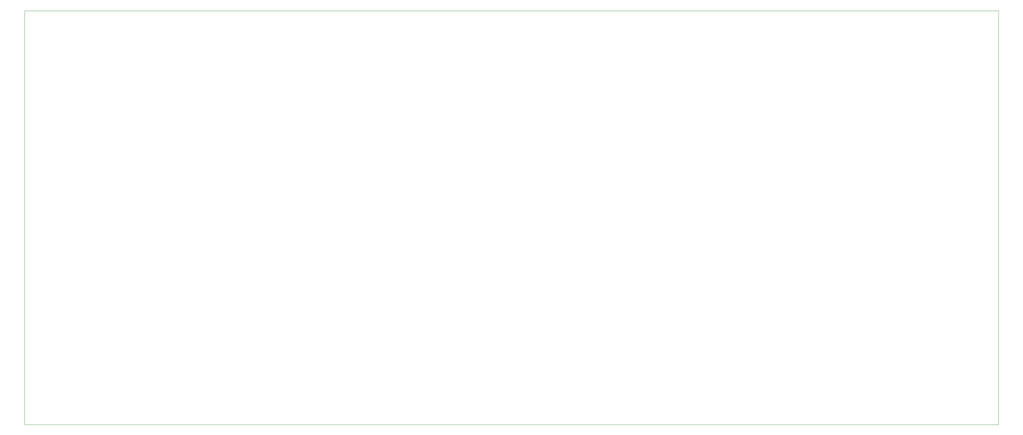
<source format=gbr>
%TF.GenerationSoftware,KiCad,Pcbnew,(6.0.10)*%
%TF.CreationDate,2023-11-27T04:30:22+11:00*%
%TF.ProjectId,Digislate,44696769-736c-4617-9465-2e6b69636164,rev?*%
%TF.SameCoordinates,Original*%
%TF.FileFunction,Profile,NP*%
%FSLAX46Y46*%
G04 Gerber Fmt 4.6, Leading zero omitted, Abs format (unit mm)*
G04 Created by KiCad (PCBNEW (6.0.10)) date 2023-11-27 04:30:22*
%MOMM*%
%LPD*%
G01*
G04 APERTURE LIST*
%TA.AperFunction,Profile*%
%ADD10C,0.100000*%
%TD*%
G04 APERTURE END LIST*
D10*
X14986000Y-139700000D02*
X284734000Y-139700000D01*
X284734000Y-139700000D02*
X284734000Y-25146000D01*
X284734000Y-25146000D02*
X14986000Y-25146000D01*
X14986000Y-25146000D02*
X14986000Y-139700000D01*
M02*

</source>
